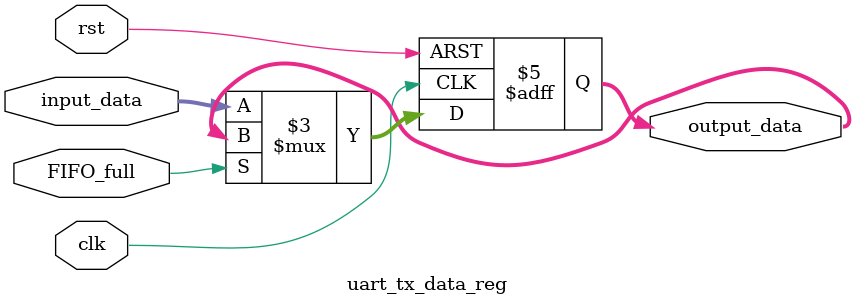
<source format=sv>
module uart_tx_data_reg (
    input logic [7:0] input_data, // 8-bit input data
    input logic clk,              // Clock signal
    input logic rst,              // Reset signal
    input logic FIFO_full,             // FIFO full signal (wait signal)
    output logic [7:0] output_data // 8-bit output data
);
    always_ff @(posedge clk or posedge rst) begin
        if (rst)
            output_data <= 8'b0; // Reset data register to 0
        else if (!FIFO_full) // Only write if FIFO is not full
            output_data <= input_data;
    end
endmodule
</source>
